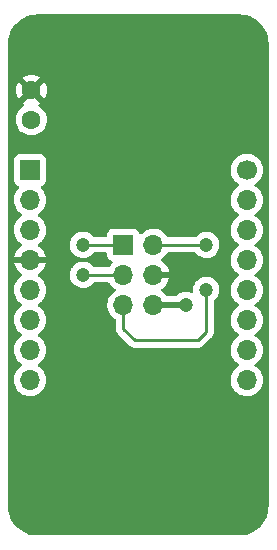
<source format=gbr>
%TF.GenerationSoftware,KiCad,Pcbnew,(6.0.0)*%
%TF.CreationDate,2022-03-13T13:50:54-04:00*%
%TF.ProjectId,JTAG_ISP-ISP,4a544147-5f49-4535-902d-4953502e6b69,v1.0.0*%
%TF.SameCoordinates,Original*%
%TF.FileFunction,Copper,L1,Top*%
%TF.FilePolarity,Positive*%
%FSLAX46Y46*%
G04 Gerber Fmt 4.6, Leading zero omitted, Abs format (unit mm)*
G04 Created by KiCad (PCBNEW (6.0.0)) date 2022-03-13 13:50:54*
%MOMM*%
%LPD*%
G01*
G04 APERTURE LIST*
%TA.AperFunction,ComponentPad*%
%ADD10R,1.700000X1.700000*%
%TD*%
%TA.AperFunction,ComponentPad*%
%ADD11O,1.700000X1.700000*%
%TD*%
%TA.AperFunction,ComponentPad*%
%ADD12C,1.600000*%
%TD*%
%TA.AperFunction,ComponentPad*%
%ADD13C,1.700000*%
%TD*%
%TA.AperFunction,ViaPad*%
%ADD14C,1.200000*%
%TD*%
%TA.AperFunction,Conductor*%
%ADD15C,0.508000*%
%TD*%
%TA.AperFunction,Conductor*%
%ADD16C,0.250000*%
%TD*%
G04 APERTURE END LIST*
D10*
%TO.P,J2,1,Pin_1*%
%TO.N,unconnected-(J2-Pad1)*%
X147179995Y-75505767D03*
D11*
%TO.P,J2,2,Pin_2*%
%TO.N,+5V*%
X147179995Y-78045767D03*
%TO.P,J2,3,Pin_3*%
%TO.N,unconnected-(J2-Pad3)*%
X147179995Y-80585767D03*
%TO.P,J2,4,Pin_4*%
%TO.N,GND*%
X147179995Y-83125767D03*
%TO.P,J2,5,Pin_5*%
%TO.N,unconnected-(J2-Pad5)*%
X147179995Y-85665767D03*
%TO.P,J2,6,Pin_6*%
%TO.N,MISO*%
X147179995Y-88205767D03*
%TO.P,J2,7,Pin_7*%
%TO.N,unconnected-(J2-Pad7)*%
X147179995Y-90745767D03*
%TO.P,J2,8,Pin_8*%
%TO.N,unconnected-(J2-Pad8)*%
X147179995Y-93285767D03*
%TD*%
D12*
%TO.P,C1,1*%
%TO.N,+5V*%
X147300000Y-71250000D03*
%TO.P,C1,2*%
%TO.N,GND*%
X147300000Y-68750000D03*
%TD*%
D13*
%TO.P,J3,1,Pin_1*%
%TO.N,SCLK*%
X165542011Y-75505767D03*
D11*
%TO.P,J3,2,Pin_2*%
%TO.N,unconnected-(J3-Pad2)*%
X165542011Y-78045767D03*
%TO.P,J3,3,Pin_3*%
%TO.N,unconnected-(J3-Pad3)*%
X165542011Y-80585767D03*
%TO.P,J3,4,Pin_4*%
%TO.N,unconnected-(J3-Pad4)*%
X165542011Y-83125767D03*
%TO.P,J3,5,Pin_5*%
%TO.N,MOSI*%
X165542011Y-85665767D03*
%TO.P,J3,6,Pin_6*%
%TO.N,unconnected-(J3-Pad6)*%
X165542011Y-88205767D03*
%TO.P,J3,7,Pin_7*%
%TO.N,RESET*%
X165542011Y-90745767D03*
%TO.P,J3,8,Pin_8*%
%TO.N,unconnected-(J3-Pad8)*%
X165542011Y-93285767D03*
%TD*%
D10*
%TO.P,J1,1,Pin_1*%
%TO.N,MISO*%
X155089962Y-81841797D03*
D11*
%TO.P,J1,2,Pin_2*%
%TO.N,SCLK*%
X157629962Y-81841797D03*
%TO.P,J1,3,Pin_3*%
%TO.N,RESET*%
X155089962Y-84381797D03*
%TO.P,J1,4,Pin_4*%
%TO.N,GND*%
X157629962Y-84381797D03*
%TO.P,J1,5,Pin_5*%
%TO.N,MOSI*%
X155089962Y-86921797D03*
%TO.P,J1,6,Pin_6*%
%TO.N,+5V*%
X157629962Y-86921797D03*
%TD*%
D14*
%TO.N,+5V*%
X160396797Y-86921797D03*
%TO.N,GND*%
X162110242Y-83749998D03*
%TO.N,MISO*%
X151658203Y-81841797D03*
%TO.N,SCLK*%
X162110242Y-81841797D03*
%TO.N,RESET*%
X151658193Y-84381797D03*
%TO.N,MOSI*%
X162110242Y-85665767D03*
%TD*%
D15*
%TO.N,+5V*%
X157629962Y-86921797D02*
X160396797Y-86921797D01*
D16*
%TO.N,MISO*%
X155089962Y-81841797D02*
X151658203Y-81841797D01*
%TO.N,SCLK*%
X157629962Y-81841797D02*
X162110242Y-81841797D01*
%TO.N,RESET*%
X155089962Y-84381797D02*
X151658193Y-84381797D01*
%TO.N,MOSI*%
X162110242Y-89214758D02*
X161400000Y-89925000D01*
X161400000Y-89925000D02*
X156075000Y-89925000D01*
X156075000Y-89925000D02*
X155089962Y-88939962D01*
X155089962Y-88939962D02*
X155089962Y-86921797D01*
X162110242Y-85665767D02*
X162110242Y-89214758D01*
%TD*%
%TA.AperFunction,Conductor*%
%TO.N,GND*%
G36*
X164870057Y-62323080D02*
G01*
X164884858Y-62325385D01*
X164884861Y-62325385D01*
X164893730Y-62326766D01*
X164910899Y-62324521D01*
X164934839Y-62323688D01*
X165192770Y-62339290D01*
X165207874Y-62341124D01*
X165278648Y-62354094D01*
X165488879Y-62392620D01*
X165503641Y-62396258D01*
X165776408Y-62481255D01*
X165790627Y-62486649D01*
X166051140Y-62603896D01*
X166064609Y-62610965D01*
X166309095Y-62758762D01*
X166321617Y-62767405D01*
X166546507Y-62943596D01*
X166557895Y-62953686D01*
X166759894Y-63155685D01*
X166769984Y-63167073D01*
X166946175Y-63391963D01*
X166954818Y-63404485D01*
X167102615Y-63648971D01*
X167109686Y-63662444D01*
X167226930Y-63922950D01*
X167232326Y-63937176D01*
X167317321Y-64209933D01*
X167320962Y-64224707D01*
X167372456Y-64505706D01*
X167374290Y-64520810D01*
X167389455Y-64771509D01*
X167388198Y-64798219D01*
X167388195Y-64798439D01*
X167386814Y-64807310D01*
X167387978Y-64816212D01*
X167387978Y-64816215D01*
X167390936Y-64838831D01*
X167392000Y-64855169D01*
X167392000Y-103900672D01*
X167390500Y-103920056D01*
X167386814Y-103943730D01*
X167388454Y-103956270D01*
X167389059Y-103960897D01*
X167389892Y-103984839D01*
X167374290Y-104242770D01*
X167372456Y-104257874D01*
X167320962Y-104538873D01*
X167317321Y-104553647D01*
X167232326Y-104826404D01*
X167226930Y-104840630D01*
X167109686Y-105101136D01*
X167102615Y-105114609D01*
X166954818Y-105359095D01*
X166946175Y-105371617D01*
X166769984Y-105596507D01*
X166759894Y-105607895D01*
X166557895Y-105809894D01*
X166546507Y-105819984D01*
X166321617Y-105996175D01*
X166309095Y-106004818D01*
X166064609Y-106152615D01*
X166051140Y-106159684D01*
X165790630Y-106276930D01*
X165776408Y-106282325D01*
X165503641Y-106367322D01*
X165488879Y-106370960D01*
X165278648Y-106409486D01*
X165207874Y-106422456D01*
X165192770Y-106424290D01*
X164942071Y-106439455D01*
X164915361Y-106438198D01*
X164915141Y-106438195D01*
X164906270Y-106436814D01*
X164897368Y-106437978D01*
X164897365Y-106437978D01*
X164874749Y-106440936D01*
X164858411Y-106442000D01*
X147871330Y-106442000D01*
X147851945Y-106440500D01*
X147837144Y-106438195D01*
X147837141Y-106438195D01*
X147828272Y-106436814D01*
X147811103Y-106439059D01*
X147787163Y-106439892D01*
X147529232Y-106424290D01*
X147514128Y-106422456D01*
X147443354Y-106409486D01*
X147233123Y-106370960D01*
X147218361Y-106367322D01*
X146945594Y-106282325D01*
X146931372Y-106276930D01*
X146670862Y-106159684D01*
X146657393Y-106152615D01*
X146412907Y-106004818D01*
X146400385Y-105996175D01*
X146175495Y-105819984D01*
X146164107Y-105809894D01*
X145962108Y-105607895D01*
X145952018Y-105596507D01*
X145775827Y-105371617D01*
X145767184Y-105359095D01*
X145619387Y-105114609D01*
X145612316Y-105101136D01*
X145495072Y-104840630D01*
X145489676Y-104826404D01*
X145404681Y-104553647D01*
X145401040Y-104538873D01*
X145349546Y-104257874D01*
X145347712Y-104242770D01*
X145332547Y-103992071D01*
X145333804Y-103965361D01*
X145333807Y-103965141D01*
X145335188Y-103956270D01*
X145333549Y-103943730D01*
X145331066Y-103924749D01*
X145330002Y-103908411D01*
X145330002Y-93252462D01*
X145817246Y-93252462D01*
X145817543Y-93257615D01*
X145817543Y-93257618D01*
X145823006Y-93352357D01*
X145830105Y-93475482D01*
X145831242Y-93480528D01*
X145831243Y-93480534D01*
X145851114Y-93568706D01*
X145879217Y-93693406D01*
X145963261Y-93900383D01*
X146079982Y-94090855D01*
X146226245Y-94259705D01*
X146398121Y-94402399D01*
X146590995Y-94515105D01*
X146799687Y-94594797D01*
X146804755Y-94595828D01*
X146804758Y-94595829D01*
X146912012Y-94617650D01*
X147018592Y-94639334D01*
X147023767Y-94639524D01*
X147023769Y-94639524D01*
X147236668Y-94647331D01*
X147236672Y-94647331D01*
X147241832Y-94647520D01*
X147246952Y-94646864D01*
X147246954Y-94646864D01*
X147458283Y-94619792D01*
X147458284Y-94619792D01*
X147463411Y-94619135D01*
X147468361Y-94617650D01*
X147672424Y-94556428D01*
X147672429Y-94556426D01*
X147677379Y-94554941D01*
X147877989Y-94456663D01*
X148059855Y-94326940D01*
X148218091Y-94169256D01*
X148277589Y-94086456D01*
X148345430Y-93992044D01*
X148348448Y-93987844D01*
X148447425Y-93787578D01*
X148512365Y-93573836D01*
X148541524Y-93352357D01*
X148543151Y-93285767D01*
X148540413Y-93252462D01*
X164179262Y-93252462D01*
X164179559Y-93257615D01*
X164179559Y-93257618D01*
X164185022Y-93352357D01*
X164192121Y-93475482D01*
X164193258Y-93480528D01*
X164193259Y-93480534D01*
X164213130Y-93568706D01*
X164241233Y-93693406D01*
X164325277Y-93900383D01*
X164441998Y-94090855D01*
X164588261Y-94259705D01*
X164760137Y-94402399D01*
X164953011Y-94515105D01*
X165161703Y-94594797D01*
X165166771Y-94595828D01*
X165166774Y-94595829D01*
X165274028Y-94617650D01*
X165380608Y-94639334D01*
X165385783Y-94639524D01*
X165385785Y-94639524D01*
X165598684Y-94647331D01*
X165598688Y-94647331D01*
X165603848Y-94647520D01*
X165608968Y-94646864D01*
X165608970Y-94646864D01*
X165820299Y-94619792D01*
X165820300Y-94619792D01*
X165825427Y-94619135D01*
X165830377Y-94617650D01*
X166034440Y-94556428D01*
X166034445Y-94556426D01*
X166039395Y-94554941D01*
X166240005Y-94456663D01*
X166421871Y-94326940D01*
X166580107Y-94169256D01*
X166639605Y-94086456D01*
X166707446Y-93992044D01*
X166710464Y-93987844D01*
X166809441Y-93787578D01*
X166874381Y-93573836D01*
X166903540Y-93352357D01*
X166905167Y-93285767D01*
X166886863Y-93063128D01*
X166832442Y-92846469D01*
X166743365Y-92641607D01*
X166622025Y-92454044D01*
X166471681Y-92288818D01*
X166467630Y-92285619D01*
X166467626Y-92285615D01*
X166300425Y-92153567D01*
X166300421Y-92153565D01*
X166296370Y-92150365D01*
X166255064Y-92127563D01*
X166205095Y-92077131D01*
X166190323Y-92007688D01*
X166215439Y-91941283D01*
X166242791Y-91914676D01*
X166286614Y-91883417D01*
X166421871Y-91786940D01*
X166580107Y-91629256D01*
X166639605Y-91546456D01*
X166707446Y-91452044D01*
X166710464Y-91447844D01*
X166809441Y-91247578D01*
X166874381Y-91033836D01*
X166903540Y-90812357D01*
X166905167Y-90745767D01*
X166886863Y-90523128D01*
X166832442Y-90306469D01*
X166743365Y-90101607D01*
X166622025Y-89914044D01*
X166471681Y-89748818D01*
X166467630Y-89745619D01*
X166467626Y-89745615D01*
X166300425Y-89613567D01*
X166300421Y-89613565D01*
X166296370Y-89610365D01*
X166255064Y-89587563D01*
X166205095Y-89537131D01*
X166190323Y-89467688D01*
X166215439Y-89401283D01*
X166242791Y-89374676D01*
X166303568Y-89331324D01*
X166421871Y-89246940D01*
X166434039Y-89234815D01*
X166576446Y-89092904D01*
X166580107Y-89089256D01*
X166639605Y-89006456D01*
X166707446Y-88912044D01*
X166710464Y-88907844D01*
X166720372Y-88887798D01*
X166807147Y-88712220D01*
X166807148Y-88712218D01*
X166809441Y-88707578D01*
X166874381Y-88493836D01*
X166903540Y-88272357D01*
X166903960Y-88255165D01*
X166905085Y-88209132D01*
X166905085Y-88209128D01*
X166905167Y-88205767D01*
X166886863Y-87983128D01*
X166832442Y-87766469D01*
X166743365Y-87561607D01*
X166703917Y-87500629D01*
X166624833Y-87378384D01*
X166624831Y-87378381D01*
X166622025Y-87374044D01*
X166471681Y-87208818D01*
X166467630Y-87205619D01*
X166467626Y-87205615D01*
X166300425Y-87073567D01*
X166300421Y-87073565D01*
X166296370Y-87070365D01*
X166255064Y-87047563D01*
X166205095Y-86997131D01*
X166190323Y-86927688D01*
X166215439Y-86861283D01*
X166242791Y-86834676D01*
X166286614Y-86803417D01*
X166421871Y-86706940D01*
X166467586Y-86661385D01*
X166576446Y-86552904D01*
X166580107Y-86549256D01*
X166639605Y-86466456D01*
X166707446Y-86372044D01*
X166710464Y-86367844D01*
X166748309Y-86291271D01*
X166807147Y-86172220D01*
X166807148Y-86172218D01*
X166809441Y-86167578D01*
X166874381Y-85953836D01*
X166903540Y-85732357D01*
X166903654Y-85727704D01*
X166905085Y-85669132D01*
X166905085Y-85669128D01*
X166905167Y-85665767D01*
X166886863Y-85443128D01*
X166832442Y-85226469D01*
X166743365Y-85021607D01*
X166703917Y-84960629D01*
X166624833Y-84838384D01*
X166624831Y-84838381D01*
X166622025Y-84834044D01*
X166471681Y-84668818D01*
X166467630Y-84665619D01*
X166467626Y-84665615D01*
X166300425Y-84533567D01*
X166300421Y-84533565D01*
X166296370Y-84530365D01*
X166255064Y-84507563D01*
X166205095Y-84457131D01*
X166190323Y-84387688D01*
X166215439Y-84321283D01*
X166242791Y-84294676D01*
X166300101Y-84253797D01*
X166421871Y-84166940D01*
X166444066Y-84144823D01*
X166576446Y-84012904D01*
X166580107Y-84009256D01*
X166628077Y-83942499D01*
X166707446Y-83832044D01*
X166710464Y-83827844D01*
X166733818Y-83780592D01*
X166807147Y-83632220D01*
X166807148Y-83632218D01*
X166809441Y-83627578D01*
X166874381Y-83413836D01*
X166903540Y-83192357D01*
X166903687Y-83186332D01*
X166905085Y-83129132D01*
X166905085Y-83129128D01*
X166905167Y-83125767D01*
X166886863Y-82903128D01*
X166832442Y-82686469D01*
X166743365Y-82481607D01*
X166703917Y-82420629D01*
X166624833Y-82298384D01*
X166624831Y-82298381D01*
X166622025Y-82294044D01*
X166471681Y-82128818D01*
X166467630Y-82125619D01*
X166467626Y-82125615D01*
X166300425Y-81993567D01*
X166300421Y-81993565D01*
X166296370Y-81990365D01*
X166255064Y-81967563D01*
X166205095Y-81917131D01*
X166190323Y-81847688D01*
X166215439Y-81781283D01*
X166242791Y-81754676D01*
X166286614Y-81723417D01*
X166421871Y-81626940D01*
X166444066Y-81604823D01*
X166576446Y-81472904D01*
X166580107Y-81469256D01*
X166639605Y-81386456D01*
X166707446Y-81292044D01*
X166710464Y-81287844D01*
X166721603Y-81265307D01*
X166807147Y-81092220D01*
X166807148Y-81092218D01*
X166809441Y-81087578D01*
X166867165Y-80897588D01*
X166872876Y-80878790D01*
X166872876Y-80878788D01*
X166874381Y-80873836D01*
X166903540Y-80652357D01*
X166904122Y-80628536D01*
X166905085Y-80589132D01*
X166905085Y-80589128D01*
X166905167Y-80585767D01*
X166886863Y-80363128D01*
X166832442Y-80146469D01*
X166743365Y-79941607D01*
X166622025Y-79754044D01*
X166471681Y-79588818D01*
X166467630Y-79585619D01*
X166467626Y-79585615D01*
X166300425Y-79453567D01*
X166300421Y-79453565D01*
X166296370Y-79450365D01*
X166255064Y-79427563D01*
X166205095Y-79377131D01*
X166190323Y-79307688D01*
X166215439Y-79241283D01*
X166242791Y-79214676D01*
X166286614Y-79183417D01*
X166421871Y-79086940D01*
X166580107Y-78929256D01*
X166639605Y-78846456D01*
X166707446Y-78752044D01*
X166710464Y-78747844D01*
X166809441Y-78547578D01*
X166874381Y-78333836D01*
X166903540Y-78112357D01*
X166905167Y-78045767D01*
X166886863Y-77823128D01*
X166832442Y-77606469D01*
X166743365Y-77401607D01*
X166622025Y-77214044D01*
X166471681Y-77048818D01*
X166467630Y-77045619D01*
X166467626Y-77045615D01*
X166300425Y-76913567D01*
X166300421Y-76913565D01*
X166296370Y-76910365D01*
X166255064Y-76887563D01*
X166205095Y-76837131D01*
X166190323Y-76767688D01*
X166215439Y-76701283D01*
X166242791Y-76674676D01*
X166286614Y-76643417D01*
X166421871Y-76546940D01*
X166580107Y-76389256D01*
X166639605Y-76306456D01*
X166707446Y-76212044D01*
X166710464Y-76207844D01*
X166809441Y-76007578D01*
X166874381Y-75793836D01*
X166903540Y-75572357D01*
X166905167Y-75505767D01*
X166886863Y-75283128D01*
X166832442Y-75066469D01*
X166743365Y-74861607D01*
X166622025Y-74674044D01*
X166471681Y-74508818D01*
X166467630Y-74505619D01*
X166467626Y-74505615D01*
X166300425Y-74373567D01*
X166300421Y-74373565D01*
X166296370Y-74370365D01*
X166100800Y-74262405D01*
X166095931Y-74260681D01*
X166095927Y-74260679D01*
X165895098Y-74189562D01*
X165895094Y-74189561D01*
X165890223Y-74187836D01*
X165885130Y-74186929D01*
X165885127Y-74186928D01*
X165675384Y-74149567D01*
X165675378Y-74149566D01*
X165670295Y-74148661D01*
X165596463Y-74147759D01*
X165452092Y-74145995D01*
X165452090Y-74145995D01*
X165446922Y-74145932D01*
X165226102Y-74179722D01*
X165013767Y-74249124D01*
X164815618Y-74352274D01*
X164811485Y-74355377D01*
X164811482Y-74355379D01*
X164641111Y-74483297D01*
X164636976Y-74486402D01*
X164482640Y-74647905D01*
X164356754Y-74832447D01*
X164262699Y-75035072D01*
X164203000Y-75250337D01*
X164179262Y-75472462D01*
X164179559Y-75477615D01*
X164179559Y-75477618D01*
X164185022Y-75572357D01*
X164192121Y-75695482D01*
X164193258Y-75700528D01*
X164193259Y-75700534D01*
X164213130Y-75788706D01*
X164241233Y-75913406D01*
X164325277Y-76120383D01*
X164441998Y-76310855D01*
X164588261Y-76479705D01*
X164760137Y-76622399D01*
X164830606Y-76663578D01*
X164833456Y-76665243D01*
X164882180Y-76716881D01*
X164895251Y-76786664D01*
X164868520Y-76852436D01*
X164828066Y-76885794D01*
X164815618Y-76892274D01*
X164811485Y-76895377D01*
X164811482Y-76895379D01*
X164687578Y-76988409D01*
X164636976Y-77026402D01*
X164482640Y-77187905D01*
X164356754Y-77372447D01*
X164262699Y-77575072D01*
X164203000Y-77790337D01*
X164179262Y-78012462D01*
X164179559Y-78017615D01*
X164179559Y-78017618D01*
X164185022Y-78112357D01*
X164192121Y-78235482D01*
X164193258Y-78240528D01*
X164193259Y-78240534D01*
X164213130Y-78328706D01*
X164241233Y-78453406D01*
X164325277Y-78660383D01*
X164441998Y-78850855D01*
X164588261Y-79019705D01*
X164760137Y-79162399D01*
X164830606Y-79203578D01*
X164833456Y-79205243D01*
X164882180Y-79256881D01*
X164895251Y-79326664D01*
X164868520Y-79392436D01*
X164828066Y-79425794D01*
X164815618Y-79432274D01*
X164811485Y-79435377D01*
X164811482Y-79435379D01*
X164787258Y-79453567D01*
X164636976Y-79566402D01*
X164482640Y-79727905D01*
X164356754Y-79912447D01*
X164262699Y-80115072D01*
X164203000Y-80330337D01*
X164179262Y-80552462D01*
X164179559Y-80557615D01*
X164179559Y-80557618D01*
X164188322Y-80709597D01*
X164192121Y-80775482D01*
X164193258Y-80780528D01*
X164193259Y-80780534D01*
X164209583Y-80852966D01*
X164241233Y-80993406D01*
X164285130Y-81101512D01*
X164320369Y-81188295D01*
X164325277Y-81200383D01*
X164441998Y-81390855D01*
X164588261Y-81559705D01*
X164760137Y-81702399D01*
X164830606Y-81743578D01*
X164833456Y-81745243D01*
X164882180Y-81796881D01*
X164895251Y-81866664D01*
X164868520Y-81932436D01*
X164828066Y-81965794D01*
X164815618Y-81972274D01*
X164811485Y-81975377D01*
X164811482Y-81975379D01*
X164749988Y-82021550D01*
X164636976Y-82106402D01*
X164633404Y-82110140D01*
X164534720Y-82213407D01*
X164482640Y-82267905D01*
X164479726Y-82272177D01*
X164479725Y-82272178D01*
X164397186Y-82393176D01*
X164356754Y-82452447D01*
X164341014Y-82486357D01*
X164273096Y-82632674D01*
X164262699Y-82655072D01*
X164203000Y-82870337D01*
X164179262Y-83092462D01*
X164179559Y-83097615D01*
X164179559Y-83097618D01*
X164189613Y-83271980D01*
X164192121Y-83315482D01*
X164193258Y-83320528D01*
X164193259Y-83320534D01*
X164209222Y-83391365D01*
X164241233Y-83533406D01*
X164285130Y-83641512D01*
X164320369Y-83728295D01*
X164325277Y-83740383D01*
X164441998Y-83930855D01*
X164588261Y-84099705D01*
X164760137Y-84242399D01*
X164830606Y-84283578D01*
X164833456Y-84285243D01*
X164882180Y-84336881D01*
X164895251Y-84406664D01*
X164868520Y-84472436D01*
X164828066Y-84505794D01*
X164815618Y-84512274D01*
X164811485Y-84515377D01*
X164811482Y-84515379D01*
X164641111Y-84643297D01*
X164636976Y-84646402D01*
X164624969Y-84658967D01*
X164506854Y-84782567D01*
X164482640Y-84807905D01*
X164479726Y-84812177D01*
X164479725Y-84812178D01*
X164430999Y-84883608D01*
X164356754Y-84992447D01*
X164318220Y-85075462D01*
X164268542Y-85182485D01*
X164262699Y-85195072D01*
X164203000Y-85410337D01*
X164179262Y-85632462D01*
X164179559Y-85637615D01*
X164179559Y-85637618D01*
X164188322Y-85789597D01*
X164192121Y-85855482D01*
X164193258Y-85860528D01*
X164193259Y-85860534D01*
X164209167Y-85931119D01*
X164241233Y-86073406D01*
X164325277Y-86280383D01*
X164376030Y-86363205D01*
X164433290Y-86456644D01*
X164441998Y-86470855D01*
X164588261Y-86639705D01*
X164760137Y-86782399D01*
X164830606Y-86823578D01*
X164833456Y-86825243D01*
X164882180Y-86876881D01*
X164895251Y-86946664D01*
X164868520Y-87012436D01*
X164828066Y-87045794D01*
X164815618Y-87052274D01*
X164811485Y-87055377D01*
X164811482Y-87055379D01*
X164641111Y-87183297D01*
X164636976Y-87186402D01*
X164633404Y-87190140D01*
X164505109Y-87324393D01*
X164482640Y-87347905D01*
X164356754Y-87532447D01*
X164341014Y-87566357D01*
X164268542Y-87722485D01*
X164262699Y-87735072D01*
X164203000Y-87950337D01*
X164179262Y-88172462D01*
X164179559Y-88177615D01*
X164179559Y-88177618D01*
X164185195Y-88275364D01*
X164192121Y-88395482D01*
X164193258Y-88400528D01*
X164193259Y-88400534D01*
X164213130Y-88488706D01*
X164241233Y-88613406D01*
X164325277Y-88820383D01*
X164357554Y-88873055D01*
X164429048Y-88989722D01*
X164441998Y-89010855D01*
X164588261Y-89179705D01*
X164760137Y-89322399D01*
X164796023Y-89343369D01*
X164833456Y-89365243D01*
X164882180Y-89416881D01*
X164895251Y-89486664D01*
X164868520Y-89552436D01*
X164828066Y-89585794D01*
X164815618Y-89592274D01*
X164811485Y-89595377D01*
X164811482Y-89595379D01*
X164647627Y-89718405D01*
X164636976Y-89726402D01*
X164482640Y-89887905D01*
X164356754Y-90072447D01*
X164262699Y-90275072D01*
X164203000Y-90490337D01*
X164179262Y-90712462D01*
X164179559Y-90717615D01*
X164179559Y-90717618D01*
X164185022Y-90812357D01*
X164192121Y-90935482D01*
X164193258Y-90940528D01*
X164193259Y-90940534D01*
X164213130Y-91028706D01*
X164241233Y-91153406D01*
X164325277Y-91360383D01*
X164441998Y-91550855D01*
X164588261Y-91719705D01*
X164760137Y-91862399D01*
X164830606Y-91903578D01*
X164833456Y-91905243D01*
X164882180Y-91956881D01*
X164895251Y-92026664D01*
X164868520Y-92092436D01*
X164828066Y-92125794D01*
X164815618Y-92132274D01*
X164811485Y-92135377D01*
X164811482Y-92135379D01*
X164787258Y-92153567D01*
X164636976Y-92266402D01*
X164482640Y-92427905D01*
X164356754Y-92612447D01*
X164262699Y-92815072D01*
X164203000Y-93030337D01*
X164179262Y-93252462D01*
X148540413Y-93252462D01*
X148524847Y-93063128D01*
X148470426Y-92846469D01*
X148381349Y-92641607D01*
X148260009Y-92454044D01*
X148109665Y-92288818D01*
X148105614Y-92285619D01*
X148105610Y-92285615D01*
X147938409Y-92153567D01*
X147938405Y-92153565D01*
X147934354Y-92150365D01*
X147893048Y-92127563D01*
X147843079Y-92077131D01*
X147828307Y-92007688D01*
X147853423Y-91941283D01*
X147880775Y-91914676D01*
X147924598Y-91883417D01*
X148059855Y-91786940D01*
X148218091Y-91629256D01*
X148277589Y-91546456D01*
X148345430Y-91452044D01*
X148348448Y-91447844D01*
X148447425Y-91247578D01*
X148512365Y-91033836D01*
X148541524Y-90812357D01*
X148543151Y-90745767D01*
X148524847Y-90523128D01*
X148470426Y-90306469D01*
X148381349Y-90101607D01*
X148260009Y-89914044D01*
X148109665Y-89748818D01*
X148105614Y-89745619D01*
X148105610Y-89745615D01*
X147938409Y-89613567D01*
X147938405Y-89613565D01*
X147934354Y-89610365D01*
X147893048Y-89587563D01*
X147843079Y-89537131D01*
X147828307Y-89467688D01*
X147853423Y-89401283D01*
X147880775Y-89374676D01*
X147941552Y-89331324D01*
X148059855Y-89246940D01*
X148072023Y-89234815D01*
X148214430Y-89092904D01*
X148218091Y-89089256D01*
X148277589Y-89006456D01*
X148345430Y-88912044D01*
X148348448Y-88907844D01*
X148358356Y-88887798D01*
X148445131Y-88712220D01*
X148445132Y-88712218D01*
X148447425Y-88707578D01*
X148512365Y-88493836D01*
X148541524Y-88272357D01*
X148541944Y-88255165D01*
X148543069Y-88209132D01*
X148543069Y-88209128D01*
X148543151Y-88205767D01*
X148524847Y-87983128D01*
X148470426Y-87766469D01*
X148381349Y-87561607D01*
X148341901Y-87500629D01*
X148262817Y-87378384D01*
X148262815Y-87378381D01*
X148260009Y-87374044D01*
X148109665Y-87208818D01*
X148105614Y-87205619D01*
X148105610Y-87205615D01*
X147938409Y-87073567D01*
X147938405Y-87073565D01*
X147934354Y-87070365D01*
X147893048Y-87047563D01*
X147843079Y-86997131D01*
X147828307Y-86927688D01*
X147853423Y-86861283D01*
X147880775Y-86834676D01*
X147924598Y-86803417D01*
X148059855Y-86706940D01*
X148105570Y-86661385D01*
X148214430Y-86552904D01*
X148218091Y-86549256D01*
X148277589Y-86466456D01*
X148345430Y-86372044D01*
X148348448Y-86367844D01*
X148386293Y-86291271D01*
X148445131Y-86172220D01*
X148445132Y-86172218D01*
X148447425Y-86167578D01*
X148512365Y-85953836D01*
X148541524Y-85732357D01*
X148541638Y-85727704D01*
X148543069Y-85669132D01*
X148543069Y-85669128D01*
X148543151Y-85665767D01*
X148524847Y-85443128D01*
X148470426Y-85226469D01*
X148381349Y-85021607D01*
X148341901Y-84960629D01*
X148262817Y-84838384D01*
X148262815Y-84838381D01*
X148260009Y-84834044D01*
X148109665Y-84668818D01*
X148105614Y-84665619D01*
X148105610Y-84665615D01*
X147938409Y-84533567D01*
X147938405Y-84533565D01*
X147934354Y-84530365D01*
X147892564Y-84507296D01*
X147842593Y-84456864D01*
X147827821Y-84387421D01*
X147840970Y-84352656D01*
X150545325Y-84352656D01*
X150558650Y-84555948D01*
X150608798Y-84753407D01*
X150694091Y-84938421D01*
X150811672Y-85104794D01*
X150815806Y-85108821D01*
X150936575Y-85226469D01*
X150957603Y-85246954D01*
X150962399Y-85250159D01*
X150962402Y-85250161D01*
X150990498Y-85268934D01*
X151126996Y-85360139D01*
X151132299Y-85362417D01*
X151132302Y-85362419D01*
X151299633Y-85434310D01*
X151314180Y-85440560D01*
X151348338Y-85448289D01*
X151507248Y-85484247D01*
X151507253Y-85484248D01*
X151512885Y-85485522D01*
X151518656Y-85485749D01*
X151518658Y-85485749D01*
X151581663Y-85488224D01*
X151716456Y-85493520D01*
X151918076Y-85464287D01*
X151923540Y-85462432D01*
X151923545Y-85462431D01*
X152105520Y-85400659D01*
X152105525Y-85400657D01*
X152110992Y-85398801D01*
X152288744Y-85299255D01*
X152445379Y-85168983D01*
X152495415Y-85108821D01*
X152535414Y-85060728D01*
X152594352Y-85021144D01*
X152632288Y-85015297D01*
X153814236Y-85015297D01*
X153882357Y-85035299D01*
X153921669Y-85075462D01*
X153989949Y-85186885D01*
X154136212Y-85355735D01*
X154239920Y-85441835D01*
X154301177Y-85492691D01*
X154308088Y-85498429D01*
X154378557Y-85539608D01*
X154381407Y-85541273D01*
X154430131Y-85592911D01*
X154443202Y-85662694D01*
X154416471Y-85728466D01*
X154376017Y-85761824D01*
X154363569Y-85768304D01*
X154359436Y-85771407D01*
X154359433Y-85771409D01*
X154189062Y-85899327D01*
X154184927Y-85902432D01*
X154030591Y-86063935D01*
X154027682Y-86068200D01*
X154027676Y-86068208D01*
X154015366Y-86086254D01*
X153904705Y-86248477D01*
X153810650Y-86451102D01*
X153750951Y-86666367D01*
X153727213Y-86888492D01*
X153727510Y-86893645D01*
X153727510Y-86893648D01*
X153737884Y-87073567D01*
X153740072Y-87111512D01*
X153741209Y-87116558D01*
X153741210Y-87116564D01*
X153756949Y-87186402D01*
X153789184Y-87329436D01*
X153873228Y-87536413D01*
X153924904Y-87620741D01*
X153987253Y-87722485D01*
X153989949Y-87726885D01*
X154136212Y-87895735D01*
X154239920Y-87981835D01*
X154301177Y-88032691D01*
X154308088Y-88038429D01*
X154312555Y-88041039D01*
X154394032Y-88088650D01*
X154442756Y-88140288D01*
X154456462Y-88197438D01*
X154456462Y-88861195D01*
X154455935Y-88872378D01*
X154454260Y-88879871D01*
X154454509Y-88887797D01*
X154454509Y-88887798D01*
X154456400Y-88947948D01*
X154456462Y-88951907D01*
X154456462Y-88979818D01*
X154456959Y-88983752D01*
X154456959Y-88983753D01*
X154456967Y-88983818D01*
X154457900Y-88995655D01*
X154459289Y-89039851D01*
X154464940Y-89059301D01*
X154468949Y-89078662D01*
X154471488Y-89098759D01*
X154474407Y-89106130D01*
X154474407Y-89106132D01*
X154487766Y-89139874D01*
X154491611Y-89151104D01*
X154501733Y-89185945D01*
X154503944Y-89193555D01*
X154507977Y-89200374D01*
X154507979Y-89200379D01*
X154514255Y-89210990D01*
X154522950Y-89228738D01*
X154530410Y-89247579D01*
X154535072Y-89253995D01*
X154535072Y-89253996D01*
X154556398Y-89283349D01*
X154562914Y-89293269D01*
X154580142Y-89322399D01*
X154585420Y-89331324D01*
X154599741Y-89345645D01*
X154612581Y-89360678D01*
X154624490Y-89377069D01*
X154630594Y-89382119D01*
X154630599Y-89382124D01*
X154658560Y-89405255D01*
X154667341Y-89413245D01*
X155571353Y-90317258D01*
X155578887Y-90325537D01*
X155583000Y-90332018D01*
X155604096Y-90351828D01*
X155632651Y-90378643D01*
X155635493Y-90381398D01*
X155655230Y-90401135D01*
X155658427Y-90403615D01*
X155667447Y-90411318D01*
X155699679Y-90441586D01*
X155706625Y-90445405D01*
X155706628Y-90445407D01*
X155717434Y-90451348D01*
X155733953Y-90462199D01*
X155749959Y-90474614D01*
X155757228Y-90477759D01*
X155757232Y-90477762D01*
X155790537Y-90492174D01*
X155801187Y-90497391D01*
X155839940Y-90518695D01*
X155857206Y-90523128D01*
X155859562Y-90523733D01*
X155878267Y-90530137D01*
X155896855Y-90538181D01*
X155904678Y-90539420D01*
X155904688Y-90539423D01*
X155940524Y-90545099D01*
X155952144Y-90547505D01*
X155983959Y-90555673D01*
X155994970Y-90558500D01*
X156015224Y-90558500D01*
X156034934Y-90560051D01*
X156054943Y-90563220D01*
X156062835Y-90562474D01*
X156081580Y-90560702D01*
X156098962Y-90559059D01*
X156110819Y-90558500D01*
X161321233Y-90558500D01*
X161332416Y-90559027D01*
X161339909Y-90560702D01*
X161347835Y-90560453D01*
X161347836Y-90560453D01*
X161407986Y-90558562D01*
X161411945Y-90558500D01*
X161439856Y-90558500D01*
X161443791Y-90558003D01*
X161443856Y-90557995D01*
X161455693Y-90557062D01*
X161487951Y-90556048D01*
X161491970Y-90555922D01*
X161499889Y-90555673D01*
X161519343Y-90550021D01*
X161538700Y-90546013D01*
X161550930Y-90544468D01*
X161550931Y-90544468D01*
X161558797Y-90543474D01*
X161566168Y-90540555D01*
X161566170Y-90540555D01*
X161599912Y-90527196D01*
X161611142Y-90523351D01*
X161645983Y-90513229D01*
X161645984Y-90513229D01*
X161653593Y-90511018D01*
X161660412Y-90506985D01*
X161660417Y-90506983D01*
X161671028Y-90500707D01*
X161688776Y-90492012D01*
X161707617Y-90484552D01*
X161743387Y-90458564D01*
X161753307Y-90452048D01*
X161784535Y-90433580D01*
X161784538Y-90433578D01*
X161791362Y-90429542D01*
X161805683Y-90415221D01*
X161820717Y-90402380D01*
X161830693Y-90395132D01*
X161837107Y-90390472D01*
X161865288Y-90356407D01*
X161873278Y-90347626D01*
X162502500Y-89718405D01*
X162510779Y-89710871D01*
X162517260Y-89706758D01*
X162563886Y-89657106D01*
X162566640Y-89654265D01*
X162586377Y-89634528D01*
X162588857Y-89631331D01*
X162596562Y-89622309D01*
X162621401Y-89595858D01*
X162626828Y-89590079D01*
X162630647Y-89583133D01*
X162630649Y-89583130D01*
X162636590Y-89572324D01*
X162647441Y-89555805D01*
X162655000Y-89546059D01*
X162659856Y-89539799D01*
X162663001Y-89532530D01*
X162663004Y-89532526D01*
X162677416Y-89499221D01*
X162682633Y-89488571D01*
X162703937Y-89449818D01*
X162708975Y-89430195D01*
X162715379Y-89411492D01*
X162720275Y-89400178D01*
X162720275Y-89400177D01*
X162723423Y-89392903D01*
X162724662Y-89385080D01*
X162724665Y-89385070D01*
X162730341Y-89349234D01*
X162732747Y-89337614D01*
X162741770Y-89302469D01*
X162741770Y-89302468D01*
X162743742Y-89294788D01*
X162743742Y-89274534D01*
X162745293Y-89254823D01*
X162747222Y-89242644D01*
X162748462Y-89234815D01*
X162744301Y-89190796D01*
X162743742Y-89178939D01*
X162743742Y-86639862D01*
X162763744Y-86571741D01*
X162789173Y-86542988D01*
X162892990Y-86456644D01*
X162897428Y-86452953D01*
X163027700Y-86296318D01*
X163115637Y-86139295D01*
X163124422Y-86123609D01*
X163124423Y-86123607D01*
X163127246Y-86118566D01*
X163129102Y-86113099D01*
X163129104Y-86113094D01*
X163190876Y-85931119D01*
X163190877Y-85931114D01*
X163192732Y-85925650D01*
X163221965Y-85724030D01*
X163223491Y-85665767D01*
X163204850Y-85462893D01*
X163191476Y-85415474D01*
X163151117Y-85272373D01*
X163151116Y-85272371D01*
X163149549Y-85266814D01*
X163139756Y-85246954D01*
X163061998Y-85089277D01*
X163059443Y-85084096D01*
X163041038Y-85059448D01*
X162941000Y-84925482D01*
X162941000Y-84925481D01*
X162937547Y-84920858D01*
X162819978Y-84812178D01*
X162792185Y-84786486D01*
X162792182Y-84786484D01*
X162787945Y-84782567D01*
X162741729Y-84753407D01*
X162620530Y-84676936D01*
X162620525Y-84676934D01*
X162615646Y-84673855D01*
X162426422Y-84598362D01*
X162226608Y-84558616D01*
X162220834Y-84558540D01*
X162220830Y-84558540D01*
X162117694Y-84557191D01*
X162022897Y-84555950D01*
X162017200Y-84556929D01*
X162017199Y-84556929D01*
X161827809Y-84589472D01*
X161822112Y-84590451D01*
X161630976Y-84660965D01*
X161626015Y-84663917D01*
X161626014Y-84663917D01*
X161475596Y-84753407D01*
X161455891Y-84765130D01*
X161302720Y-84899457D01*
X161299153Y-84903982D01*
X161299148Y-84903987D01*
X161272003Y-84938421D01*
X161176593Y-85059448D01*
X161173904Y-85064559D01*
X161173902Y-85064562D01*
X161125951Y-85155702D01*
X161081734Y-85239745D01*
X161021320Y-85434310D01*
X160997374Y-85636626D01*
X160997752Y-85642392D01*
X161006606Y-85777479D01*
X160991102Y-85846762D01*
X160940602Y-85896665D01*
X160871140Y-85911343D01*
X160834189Y-85902751D01*
X160712977Y-85854392D01*
X160513163Y-85814646D01*
X160507389Y-85814570D01*
X160507385Y-85814570D01*
X160404249Y-85813221D01*
X160309452Y-85811980D01*
X160303755Y-85812959D01*
X160303754Y-85812959D01*
X160114364Y-85845502D01*
X160108667Y-85846481D01*
X159917531Y-85916995D01*
X159742446Y-86021160D01*
X159625625Y-86123609D01*
X159620585Y-86128029D01*
X159556181Y-86157906D01*
X159537508Y-86159297D01*
X158823313Y-86159297D01*
X158755192Y-86139295D01*
X158717520Y-86101736D01*
X158709976Y-86090074D01*
X158559632Y-85924848D01*
X158555581Y-85921649D01*
X158555577Y-85921645D01*
X158388376Y-85789597D01*
X158388372Y-85789595D01*
X158384321Y-85786395D01*
X158342531Y-85763326D01*
X158292560Y-85712894D01*
X158277788Y-85643451D01*
X158302904Y-85577045D01*
X158330256Y-85550438D01*
X158505290Y-85425589D01*
X158513162Y-85418936D01*
X158664014Y-85268609D01*
X158670692Y-85260762D01*
X158794965Y-85087817D01*
X158800275Y-85078980D01*
X158894632Y-84888064D01*
X158898431Y-84878469D01*
X158960339Y-84674707D01*
X158962517Y-84664634D01*
X158963948Y-84653759D01*
X158961737Y-84639575D01*
X158948579Y-84635797D01*
X157501962Y-84635797D01*
X157433841Y-84615795D01*
X157387348Y-84562139D01*
X157375962Y-84509797D01*
X157375962Y-84253797D01*
X157395964Y-84185676D01*
X157449620Y-84139183D01*
X157501962Y-84127797D01*
X158948306Y-84127797D01*
X158961837Y-84123824D01*
X158963142Y-84114744D01*
X158921176Y-83947672D01*
X158917856Y-83937921D01*
X158832934Y-83742611D01*
X158828067Y-83733536D01*
X158712388Y-83554723D01*
X158706098Y-83546554D01*
X158562768Y-83389037D01*
X158555235Y-83382012D01*
X158388101Y-83250019D01*
X158379518Y-83244317D01*
X158342564Y-83223917D01*
X158292593Y-83173484D01*
X158277821Y-83104042D01*
X158302937Y-83037636D01*
X158330289Y-83011029D01*
X158353759Y-82994288D01*
X158509822Y-82882970D01*
X158536910Y-82855977D01*
X158653578Y-82739715D01*
X158668058Y-82725286D01*
X158678927Y-82710161D01*
X158795397Y-82548074D01*
X158798415Y-82543874D01*
X158800708Y-82539234D01*
X158802408Y-82536405D01*
X158854636Y-82488315D01*
X158910413Y-82475297D01*
X161135228Y-82475297D01*
X161203349Y-82495299D01*
X161238124Y-82528576D01*
X161252527Y-82548955D01*
X161263721Y-82564794D01*
X161267855Y-82568821D01*
X161388624Y-82686469D01*
X161409652Y-82706954D01*
X161414448Y-82710159D01*
X161414451Y-82710161D01*
X161482391Y-82755557D01*
X161579045Y-82820139D01*
X161584348Y-82822417D01*
X161584351Y-82822419D01*
X161725287Y-82882970D01*
X161766229Y-82900560D01*
X161800387Y-82908289D01*
X161959297Y-82944247D01*
X161959302Y-82944248D01*
X161964934Y-82945522D01*
X161970705Y-82945749D01*
X161970707Y-82945749D01*
X162033712Y-82948224D01*
X162168505Y-82953520D01*
X162370125Y-82924287D01*
X162375589Y-82922432D01*
X162375594Y-82922431D01*
X162557569Y-82860659D01*
X162557574Y-82860657D01*
X162563041Y-82858801D01*
X162740793Y-82759255D01*
X162897428Y-82628983D01*
X163027700Y-82472348D01*
X163127246Y-82294596D01*
X163129102Y-82289129D01*
X163129104Y-82289124D01*
X163190876Y-82107149D01*
X163190877Y-82107144D01*
X163192732Y-82101680D01*
X163221965Y-81900060D01*
X163223491Y-81841797D01*
X163210922Y-81705009D01*
X163205379Y-81644677D01*
X163205378Y-81644674D01*
X163204850Y-81638923D01*
X163156998Y-81469256D01*
X163151117Y-81448403D01*
X163151116Y-81448401D01*
X163149549Y-81442844D01*
X163138922Y-81421293D01*
X163061998Y-81265307D01*
X163059443Y-81260126D01*
X163041038Y-81235478D01*
X162941000Y-81101512D01*
X162941000Y-81101511D01*
X162937547Y-81096888D01*
X162820146Y-80988363D01*
X162792185Y-80962516D01*
X162792182Y-80962514D01*
X162787945Y-80958597D01*
X162661458Y-80878790D01*
X162620530Y-80852966D01*
X162620525Y-80852964D01*
X162615646Y-80849885D01*
X162426422Y-80774392D01*
X162226608Y-80734646D01*
X162220834Y-80734570D01*
X162220830Y-80734570D01*
X162117694Y-80733221D01*
X162022897Y-80731980D01*
X162017200Y-80732959D01*
X162017199Y-80732959D01*
X161946589Y-80745092D01*
X161822112Y-80766481D01*
X161630976Y-80836995D01*
X161626015Y-80839947D01*
X161626014Y-80839947D01*
X161568639Y-80874082D01*
X161455891Y-80941160D01*
X161302720Y-81075487D01*
X161299149Y-81080017D01*
X161299148Y-81080018D01*
X161235856Y-81160303D01*
X161177974Y-81201416D01*
X161136906Y-81208297D01*
X158906767Y-81208297D01*
X158838646Y-81188295D01*
X158800975Y-81150737D01*
X158712784Y-81014414D01*
X158712782Y-81014411D01*
X158709976Y-81010074D01*
X158559632Y-80844848D01*
X158555581Y-80841649D01*
X158555577Y-80841645D01*
X158388376Y-80709597D01*
X158388372Y-80709595D01*
X158384321Y-80706395D01*
X158188751Y-80598435D01*
X158183882Y-80596711D01*
X158183878Y-80596709D01*
X157983049Y-80525592D01*
X157983045Y-80525591D01*
X157978174Y-80523866D01*
X157973081Y-80522959D01*
X157973078Y-80522958D01*
X157763335Y-80485597D01*
X157763329Y-80485596D01*
X157758246Y-80484691D01*
X157684414Y-80483789D01*
X157540043Y-80482025D01*
X157540041Y-80482025D01*
X157534873Y-80481962D01*
X157314053Y-80515752D01*
X157101718Y-80585154D01*
X156903569Y-80688304D01*
X156899436Y-80691407D01*
X156899433Y-80691409D01*
X156729062Y-80819327D01*
X156724927Y-80822432D01*
X156668499Y-80881481D01*
X156644245Y-80906861D01*
X156582721Y-80942291D01*
X156511808Y-80938834D01*
X156454022Y-80897588D01*
X156435169Y-80864040D01*
X156393729Y-80753500D01*
X156390577Y-80745092D01*
X156303223Y-80628536D01*
X156186667Y-80541182D01*
X156050278Y-80490052D01*
X155988096Y-80483297D01*
X154191828Y-80483297D01*
X154129646Y-80490052D01*
X153993257Y-80541182D01*
X153876701Y-80628536D01*
X153789347Y-80745092D01*
X153738217Y-80881481D01*
X153731462Y-80943663D01*
X153731462Y-81082297D01*
X153711460Y-81150418D01*
X153657804Y-81196911D01*
X153605462Y-81208297D01*
X152631866Y-81208297D01*
X152563745Y-81188295D01*
X152530908Y-81157686D01*
X152488961Y-81101512D01*
X152488960Y-81101511D01*
X152485508Y-81096888D01*
X152368107Y-80988363D01*
X152340146Y-80962516D01*
X152340143Y-80962514D01*
X152335906Y-80958597D01*
X152209419Y-80878790D01*
X152168491Y-80852966D01*
X152168486Y-80852964D01*
X152163607Y-80849885D01*
X151974383Y-80774392D01*
X151774569Y-80734646D01*
X151768795Y-80734570D01*
X151768791Y-80734570D01*
X151665655Y-80733221D01*
X151570858Y-80731980D01*
X151565161Y-80732959D01*
X151565160Y-80732959D01*
X151494550Y-80745092D01*
X151370073Y-80766481D01*
X151178937Y-80836995D01*
X151173976Y-80839947D01*
X151173975Y-80839947D01*
X151116600Y-80874082D01*
X151003852Y-80941160D01*
X150850681Y-81075487D01*
X150847114Y-81080012D01*
X150847109Y-81080017D01*
X150761750Y-81188295D01*
X150724554Y-81235478D01*
X150721865Y-81240589D01*
X150721863Y-81240592D01*
X150697003Y-81287844D01*
X150629695Y-81415775D01*
X150569281Y-81610340D01*
X150545335Y-81812656D01*
X150558660Y-82015948D01*
X150608808Y-82213407D01*
X150694101Y-82398421D01*
X150811682Y-82564794D01*
X150815816Y-82568821D01*
X150936585Y-82686469D01*
X150957613Y-82706954D01*
X150962409Y-82710159D01*
X150962412Y-82710161D01*
X151030352Y-82755557D01*
X151127006Y-82820139D01*
X151132309Y-82822417D01*
X151132312Y-82822419D01*
X151273248Y-82882970D01*
X151314190Y-82900560D01*
X151348348Y-82908289D01*
X151507258Y-82944247D01*
X151507263Y-82944248D01*
X151512895Y-82945522D01*
X151518666Y-82945749D01*
X151518668Y-82945749D01*
X151581673Y-82948224D01*
X151716466Y-82953520D01*
X151918086Y-82924287D01*
X151923550Y-82922432D01*
X151923555Y-82922431D01*
X152105530Y-82860659D01*
X152105535Y-82860657D01*
X152111002Y-82858801D01*
X152288754Y-82759255D01*
X152445389Y-82628983D01*
X152495425Y-82568821D01*
X152535424Y-82520728D01*
X152594362Y-82481144D01*
X152632298Y-82475297D01*
X153605462Y-82475297D01*
X153673583Y-82495299D01*
X153720076Y-82548955D01*
X153731462Y-82601297D01*
X153731462Y-82739931D01*
X153738217Y-82802113D01*
X153789347Y-82938502D01*
X153876701Y-83055058D01*
X153993257Y-83142412D01*
X154001666Y-83145564D01*
X154001667Y-83145565D01*
X154110413Y-83186332D01*
X154167178Y-83228973D01*
X154191878Y-83295535D01*
X154176671Y-83364884D01*
X154157278Y-83391365D01*
X154135804Y-83413836D01*
X154054805Y-83498597D01*
X154030591Y-83523935D01*
X154027677Y-83528207D01*
X154027676Y-83528208D01*
X153915057Y-83693301D01*
X153860146Y-83738304D01*
X153810969Y-83748297D01*
X152631856Y-83748297D01*
X152563735Y-83728295D01*
X152530898Y-83697686D01*
X152488951Y-83641512D01*
X152488950Y-83641511D01*
X152485498Y-83636888D01*
X152391583Y-83550074D01*
X152340136Y-83502516D01*
X152340133Y-83502514D01*
X152335896Y-83498597D01*
X152209230Y-83418677D01*
X152168481Y-83392966D01*
X152168476Y-83392964D01*
X152163597Y-83389885D01*
X151974373Y-83314392D01*
X151774559Y-83274646D01*
X151768785Y-83274570D01*
X151768781Y-83274570D01*
X151665645Y-83273221D01*
X151570848Y-83271980D01*
X151565151Y-83272959D01*
X151565150Y-83272959D01*
X151433765Y-83295535D01*
X151370063Y-83306481D01*
X151178927Y-83376995D01*
X151003842Y-83481160D01*
X150850671Y-83615487D01*
X150847104Y-83620012D01*
X150847099Y-83620017D01*
X150800360Y-83679306D01*
X150724544Y-83775478D01*
X150721855Y-83780589D01*
X150721853Y-83780592D01*
X150696993Y-83827844D01*
X150629685Y-83955775D01*
X150569271Y-84150340D01*
X150545325Y-84352656D01*
X147840970Y-84352656D01*
X147852937Y-84321015D01*
X147880289Y-84294408D01*
X148055323Y-84169559D01*
X148063195Y-84162906D01*
X148214047Y-84012579D01*
X148220725Y-84004732D01*
X148344998Y-83831787D01*
X148350308Y-83822950D01*
X148444665Y-83632034D01*
X148448464Y-83622439D01*
X148510372Y-83418677D01*
X148512550Y-83408604D01*
X148513981Y-83397729D01*
X148511770Y-83383545D01*
X148498612Y-83379767D01*
X145863220Y-83379767D01*
X145849689Y-83383740D01*
X145848252Y-83393733D01*
X145878560Y-83528213D01*
X145881640Y-83538042D01*
X145961765Y-83735370D01*
X145966408Y-83744561D01*
X146077689Y-83926155D01*
X146083772Y-83934466D01*
X146223208Y-84095434D01*
X146230575Y-84102650D01*
X146394429Y-84238683D01*
X146402876Y-84244598D01*
X146471964Y-84284970D01*
X146520688Y-84336609D01*
X146533759Y-84406392D01*
X146507028Y-84472163D01*
X146466579Y-84505519D01*
X146453602Y-84512274D01*
X146449469Y-84515377D01*
X146449466Y-84515379D01*
X146279095Y-84643297D01*
X146274960Y-84646402D01*
X146262953Y-84658967D01*
X146144838Y-84782567D01*
X146120624Y-84807905D01*
X146117710Y-84812177D01*
X146117709Y-84812178D01*
X146068983Y-84883608D01*
X145994738Y-84992447D01*
X145956204Y-85075462D01*
X145906526Y-85182485D01*
X145900683Y-85195072D01*
X145840984Y-85410337D01*
X145817246Y-85632462D01*
X145817543Y-85637615D01*
X145817543Y-85637618D01*
X145826306Y-85789597D01*
X145830105Y-85855482D01*
X145831242Y-85860528D01*
X145831243Y-85860534D01*
X145847151Y-85931119D01*
X145879217Y-86073406D01*
X145963261Y-86280383D01*
X146014014Y-86363205D01*
X146071274Y-86456644D01*
X146079982Y-86470855D01*
X146226245Y-86639705D01*
X146398121Y-86782399D01*
X146468590Y-86823578D01*
X146471440Y-86825243D01*
X146520164Y-86876881D01*
X146533235Y-86946664D01*
X146506504Y-87012436D01*
X146466050Y-87045794D01*
X146453602Y-87052274D01*
X146449469Y-87055377D01*
X146449466Y-87055379D01*
X146279095Y-87183297D01*
X146274960Y-87186402D01*
X146271388Y-87190140D01*
X146143093Y-87324393D01*
X146120624Y-87347905D01*
X145994738Y-87532447D01*
X145978998Y-87566357D01*
X145906526Y-87722485D01*
X145900683Y-87735072D01*
X145840984Y-87950337D01*
X145817246Y-88172462D01*
X145817543Y-88177615D01*
X145817543Y-88177618D01*
X145823179Y-88275364D01*
X145830105Y-88395482D01*
X145831242Y-88400528D01*
X145831243Y-88400534D01*
X145851114Y-88488706D01*
X145879217Y-88613406D01*
X145963261Y-88820383D01*
X145995538Y-88873055D01*
X146067032Y-88989722D01*
X146079982Y-89010855D01*
X146226245Y-89179705D01*
X146398121Y-89322399D01*
X146434007Y-89343369D01*
X146471440Y-89365243D01*
X146520164Y-89416881D01*
X146533235Y-89486664D01*
X146506504Y-89552436D01*
X146466050Y-89585794D01*
X146453602Y-89592274D01*
X146449469Y-89595377D01*
X146449466Y-89595379D01*
X146285611Y-89718405D01*
X146274960Y-89726402D01*
X146120624Y-89887905D01*
X145994738Y-90072447D01*
X145900683Y-90275072D01*
X145840984Y-90490337D01*
X145817246Y-90712462D01*
X145817543Y-90717615D01*
X145817543Y-90717618D01*
X145823006Y-90812357D01*
X145830105Y-90935482D01*
X145831242Y-90940528D01*
X145831243Y-90940534D01*
X145851114Y-91028706D01*
X145879217Y-91153406D01*
X145963261Y-91360383D01*
X146079982Y-91550855D01*
X146226245Y-91719705D01*
X146398121Y-91862399D01*
X146468590Y-91903578D01*
X146471440Y-91905243D01*
X146520164Y-91956881D01*
X146533235Y-92026664D01*
X146506504Y-92092436D01*
X146466050Y-92125794D01*
X146453602Y-92132274D01*
X146449469Y-92135377D01*
X146449466Y-92135379D01*
X146425242Y-92153567D01*
X146274960Y-92266402D01*
X146120624Y-92427905D01*
X145994738Y-92612447D01*
X145900683Y-92815072D01*
X145840984Y-93030337D01*
X145817246Y-93252462D01*
X145330002Y-93252462D01*
X145330002Y-80552462D01*
X145817246Y-80552462D01*
X145817543Y-80557615D01*
X145817543Y-80557618D01*
X145826306Y-80709597D01*
X145830105Y-80775482D01*
X145831242Y-80780528D01*
X145831243Y-80780534D01*
X145847567Y-80852966D01*
X145879217Y-80993406D01*
X145923114Y-81101512D01*
X145958353Y-81188295D01*
X145963261Y-81200383D01*
X146079982Y-81390855D01*
X146226245Y-81559705D01*
X146398121Y-81702399D01*
X146471440Y-81745243D01*
X146471950Y-81745541D01*
X146520674Y-81797179D01*
X146533745Y-81866962D01*
X146507014Y-81932734D01*
X146466557Y-81966094D01*
X146458452Y-81970313D01*
X146449733Y-81975803D01*
X146279428Y-82103672D01*
X146271721Y-82110515D01*
X146124585Y-82264484D01*
X146118099Y-82272494D01*
X145998093Y-82448416D01*
X145992995Y-82457390D01*
X145903333Y-82650550D01*
X145899770Y-82660237D01*
X145844384Y-82859950D01*
X145845907Y-82868374D01*
X145858287Y-82871767D01*
X148498339Y-82871767D01*
X148511870Y-82867794D01*
X148513175Y-82858714D01*
X148471209Y-82691642D01*
X148467889Y-82681891D01*
X148382967Y-82486581D01*
X148378100Y-82477506D01*
X148262421Y-82298693D01*
X148256131Y-82290524D01*
X148112801Y-82133007D01*
X148105268Y-82125982D01*
X147938134Y-81993989D01*
X147929551Y-81988287D01*
X147892597Y-81967887D01*
X147842626Y-81917454D01*
X147827854Y-81848012D01*
X147852970Y-81781606D01*
X147880322Y-81754999D01*
X147903792Y-81738258D01*
X148059855Y-81626940D01*
X148082050Y-81604823D01*
X148214430Y-81472904D01*
X148218091Y-81469256D01*
X148277589Y-81386456D01*
X148345430Y-81292044D01*
X148348448Y-81287844D01*
X148359587Y-81265307D01*
X148445131Y-81092220D01*
X148445132Y-81092218D01*
X148447425Y-81087578D01*
X148505149Y-80897588D01*
X148510860Y-80878790D01*
X148510860Y-80878788D01*
X148512365Y-80873836D01*
X148541524Y-80652357D01*
X148542106Y-80628536D01*
X148543069Y-80589132D01*
X148543069Y-80589128D01*
X148543151Y-80585767D01*
X148524847Y-80363128D01*
X148470426Y-80146469D01*
X148381349Y-79941607D01*
X148260009Y-79754044D01*
X148109665Y-79588818D01*
X148105614Y-79585619D01*
X148105610Y-79585615D01*
X147938409Y-79453567D01*
X147938405Y-79453565D01*
X147934354Y-79450365D01*
X147893048Y-79427563D01*
X147843079Y-79377131D01*
X147828307Y-79307688D01*
X147853423Y-79241283D01*
X147880775Y-79214676D01*
X147924598Y-79183417D01*
X148059855Y-79086940D01*
X148218091Y-78929256D01*
X148277589Y-78846456D01*
X148345430Y-78752044D01*
X148348448Y-78747844D01*
X148447425Y-78547578D01*
X148512365Y-78333836D01*
X148541524Y-78112357D01*
X148543151Y-78045767D01*
X148524847Y-77823128D01*
X148470426Y-77606469D01*
X148381349Y-77401607D01*
X148260009Y-77214044D01*
X148256527Y-77210217D01*
X148112793Y-77052255D01*
X148081741Y-76988409D01*
X148090136Y-76917910D01*
X148135312Y-76863142D01*
X148161756Y-76849473D01*
X148268292Y-76809534D01*
X148276700Y-76806382D01*
X148393256Y-76719028D01*
X148480610Y-76602472D01*
X148531740Y-76466083D01*
X148538495Y-76403901D01*
X148538495Y-74607633D01*
X148531740Y-74545451D01*
X148480610Y-74409062D01*
X148393256Y-74292506D01*
X148276700Y-74205152D01*
X148140311Y-74154022D01*
X148078129Y-74147267D01*
X146281861Y-74147267D01*
X146219679Y-74154022D01*
X146083290Y-74205152D01*
X145966734Y-74292506D01*
X145879380Y-74409062D01*
X145828250Y-74545451D01*
X145821495Y-74607633D01*
X145821495Y-76403901D01*
X145828250Y-76466083D01*
X145879380Y-76602472D01*
X145966734Y-76719028D01*
X146083290Y-76806382D01*
X146091699Y-76809534D01*
X146091700Y-76809535D01*
X146200446Y-76850302D01*
X146257211Y-76892943D01*
X146281911Y-76959505D01*
X146266704Y-77028854D01*
X146247311Y-77055335D01*
X146120624Y-77187905D01*
X145994738Y-77372447D01*
X145900683Y-77575072D01*
X145840984Y-77790337D01*
X145817246Y-78012462D01*
X145817543Y-78017615D01*
X145817543Y-78017618D01*
X145823006Y-78112357D01*
X145830105Y-78235482D01*
X145831242Y-78240528D01*
X145831243Y-78240534D01*
X145851114Y-78328706D01*
X145879217Y-78453406D01*
X145963261Y-78660383D01*
X146079982Y-78850855D01*
X146226245Y-79019705D01*
X146398121Y-79162399D01*
X146468590Y-79203578D01*
X146471440Y-79205243D01*
X146520164Y-79256881D01*
X146533235Y-79326664D01*
X146506504Y-79392436D01*
X146466050Y-79425794D01*
X146453602Y-79432274D01*
X146449469Y-79435377D01*
X146449466Y-79435379D01*
X146425242Y-79453567D01*
X146274960Y-79566402D01*
X146120624Y-79727905D01*
X145994738Y-79912447D01*
X145900683Y-80115072D01*
X145840984Y-80330337D01*
X145817246Y-80552462D01*
X145330002Y-80552462D01*
X145330002Y-71250000D01*
X145986502Y-71250000D01*
X146006457Y-71478087D01*
X146065716Y-71699243D01*
X146068039Y-71704224D01*
X146068039Y-71704225D01*
X146160151Y-71901762D01*
X146160154Y-71901767D01*
X146162477Y-71906749D01*
X146293802Y-72094300D01*
X146455700Y-72256198D01*
X146460208Y-72259355D01*
X146460211Y-72259357D01*
X146538389Y-72314098D01*
X146643251Y-72387523D01*
X146648233Y-72389846D01*
X146648238Y-72389849D01*
X146845775Y-72481961D01*
X146850757Y-72484284D01*
X146856065Y-72485706D01*
X146856067Y-72485707D01*
X147066598Y-72542119D01*
X147066600Y-72542119D01*
X147071913Y-72543543D01*
X147300000Y-72563498D01*
X147528087Y-72543543D01*
X147533400Y-72542119D01*
X147533402Y-72542119D01*
X147743933Y-72485707D01*
X147743935Y-72485706D01*
X147749243Y-72484284D01*
X147754225Y-72481961D01*
X147951762Y-72389849D01*
X147951767Y-72389846D01*
X147956749Y-72387523D01*
X148061611Y-72314098D01*
X148139789Y-72259357D01*
X148139792Y-72259355D01*
X148144300Y-72256198D01*
X148306198Y-72094300D01*
X148437523Y-71906749D01*
X148439846Y-71901767D01*
X148439849Y-71901762D01*
X148531961Y-71704225D01*
X148531961Y-71704224D01*
X148534284Y-71699243D01*
X148593543Y-71478087D01*
X148613498Y-71250000D01*
X148593543Y-71021913D01*
X148534284Y-70800757D01*
X148531961Y-70795775D01*
X148439849Y-70598238D01*
X148439846Y-70598233D01*
X148437523Y-70593251D01*
X148306198Y-70405700D01*
X148144300Y-70243802D01*
X148139792Y-70240645D01*
X148139789Y-70240643D01*
X147961253Y-70115631D01*
X147956749Y-70112477D01*
X147951765Y-70110153D01*
X147949472Y-70108829D01*
X147900479Y-70057447D01*
X147887043Y-69987733D01*
X147913429Y-69921822D01*
X147949472Y-69890591D01*
X147961002Y-69883934D01*
X148013048Y-69847491D01*
X148021424Y-69837012D01*
X148014356Y-69823566D01*
X147312812Y-69122022D01*
X147298868Y-69114408D01*
X147297035Y-69114539D01*
X147290420Y-69118790D01*
X146584923Y-69824287D01*
X146578493Y-69836062D01*
X146587789Y-69848077D01*
X146638998Y-69883934D01*
X146650528Y-69890591D01*
X146699521Y-69941973D01*
X146712958Y-70011687D01*
X146686571Y-70077598D01*
X146650528Y-70108829D01*
X146648235Y-70110153D01*
X146643251Y-70112477D01*
X146638747Y-70115631D01*
X146460211Y-70240643D01*
X146460208Y-70240645D01*
X146455700Y-70243802D01*
X146293802Y-70405700D01*
X146162477Y-70593251D01*
X146160154Y-70598233D01*
X146160151Y-70598238D01*
X146068039Y-70795775D01*
X146065716Y-70800757D01*
X146006457Y-71021913D01*
X145986502Y-71250000D01*
X145330002Y-71250000D01*
X145330002Y-68755475D01*
X145987483Y-68755475D01*
X146006472Y-68972519D01*
X146008375Y-68983312D01*
X146064764Y-69193761D01*
X146068510Y-69204053D01*
X146160586Y-69401511D01*
X146166069Y-69411006D01*
X146202509Y-69463048D01*
X146212988Y-69471424D01*
X146226434Y-69464356D01*
X146927978Y-68762812D01*
X146934356Y-68751132D01*
X147664408Y-68751132D01*
X147664539Y-68752965D01*
X147668790Y-68759580D01*
X148374287Y-69465077D01*
X148386062Y-69471507D01*
X148398077Y-69462211D01*
X148433931Y-69411006D01*
X148439414Y-69401511D01*
X148531490Y-69204053D01*
X148535236Y-69193761D01*
X148591625Y-68983312D01*
X148593528Y-68972519D01*
X148612517Y-68755475D01*
X148612517Y-68744525D01*
X148593528Y-68527481D01*
X148591625Y-68516688D01*
X148535236Y-68306239D01*
X148531490Y-68295947D01*
X148439414Y-68098489D01*
X148433931Y-68088994D01*
X148397491Y-68036952D01*
X148387012Y-68028576D01*
X148373566Y-68035644D01*
X147672022Y-68737188D01*
X147664408Y-68751132D01*
X146934356Y-68751132D01*
X146935592Y-68748868D01*
X146935461Y-68747035D01*
X146931210Y-68740420D01*
X146225713Y-68034923D01*
X146213938Y-68028493D01*
X146201923Y-68037789D01*
X146166069Y-68088994D01*
X146160586Y-68098489D01*
X146068510Y-68295947D01*
X146064764Y-68306239D01*
X146008375Y-68516688D01*
X146006472Y-68527481D01*
X145987483Y-68744525D01*
X145987483Y-68755475D01*
X145330002Y-68755475D01*
X145330002Y-67662988D01*
X146578576Y-67662988D01*
X146585644Y-67676434D01*
X147287188Y-68377978D01*
X147301132Y-68385592D01*
X147302965Y-68385461D01*
X147309580Y-68381210D01*
X148015077Y-67675713D01*
X148021507Y-67663938D01*
X148012211Y-67651923D01*
X147961006Y-67616069D01*
X147951511Y-67610586D01*
X147754053Y-67518510D01*
X147743761Y-67514764D01*
X147533312Y-67458375D01*
X147522519Y-67456472D01*
X147305475Y-67437483D01*
X147294525Y-67437483D01*
X147077481Y-67456472D01*
X147066688Y-67458375D01*
X146856239Y-67514764D01*
X146845947Y-67518510D01*
X146648489Y-67610586D01*
X146638994Y-67616069D01*
X146586952Y-67652509D01*
X146578576Y-67662988D01*
X145330002Y-67662988D01*
X145330002Y-64862908D01*
X145331502Y-64843523D01*
X145333807Y-64828722D01*
X145333807Y-64828719D01*
X145335188Y-64819850D01*
X145332943Y-64802681D01*
X145332110Y-64778741D01*
X145347712Y-64520810D01*
X145349546Y-64505706D01*
X145401040Y-64224707D01*
X145404681Y-64209933D01*
X145489676Y-63937176D01*
X145495072Y-63922950D01*
X145612316Y-63662444D01*
X145619387Y-63648971D01*
X145767184Y-63404485D01*
X145775827Y-63391963D01*
X145952018Y-63167073D01*
X145962108Y-63155685D01*
X146164107Y-62953686D01*
X146175495Y-62943596D01*
X146400385Y-62767405D01*
X146412907Y-62758762D01*
X146657393Y-62610965D01*
X146670862Y-62603896D01*
X146931375Y-62486649D01*
X146945594Y-62481255D01*
X147218361Y-62396258D01*
X147233123Y-62392620D01*
X147443354Y-62354094D01*
X147514128Y-62341124D01*
X147529232Y-62339290D01*
X147779931Y-62324125D01*
X147806641Y-62325382D01*
X147806861Y-62325385D01*
X147815732Y-62326766D01*
X147824634Y-62325602D01*
X147824637Y-62325602D01*
X147847253Y-62322644D01*
X147863591Y-62321580D01*
X164850672Y-62321580D01*
X164870057Y-62323080D01*
G37*
%TD.AperFunction*%
%TD*%
M02*

</source>
